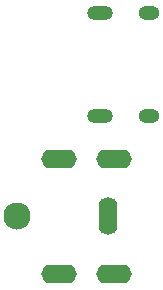
<source format=gbr>
%TF.GenerationSoftware,KiCad,Pcbnew,(6.0.0-0)*%
%TF.CreationDate,2022-01-26T18:23:46+01:00*%
%TF.ProjectId,GlowCoreMini,476c6f77-436f-4726-954d-696e692e6b69,rev?*%
%TF.SameCoordinates,Original*%
%TF.FileFunction,Paste,Bot*%
%TF.FilePolarity,Positive*%
%FSLAX46Y46*%
G04 Gerber Fmt 4.6, Leading zero omitted, Abs format (unit mm)*
G04 Created by KiCad (PCBNEW (6.0.0-0)) date 2022-01-26 18:23:46*
%MOMM*%
%LPD*%
G01*
G04 APERTURE LIST*
%ADD10O,2.200000X1.200000*%
%ADD11O,1.800000X1.200000*%
%ADD12O,3.000000X1.600000*%
%ADD13O,1.600000X3.200000*%
%ADD14C,2.300000*%
G04 APERTURE END LIST*
D10*
%TO.C,USB1*%
X167317000Y-86485000D03*
X167317000Y-95125000D03*
D11*
X171497000Y-86485000D03*
X171497000Y-95125000D03*
%TD*%
D12*
%TO.C,J2*%
X163865000Y-108512000D03*
X163865000Y-98812000D03*
X168565000Y-108512000D03*
X168565000Y-98812000D03*
D13*
X168065000Y-103662000D03*
D14*
X160365000Y-103662000D03*
%TD*%
M02*

</source>
